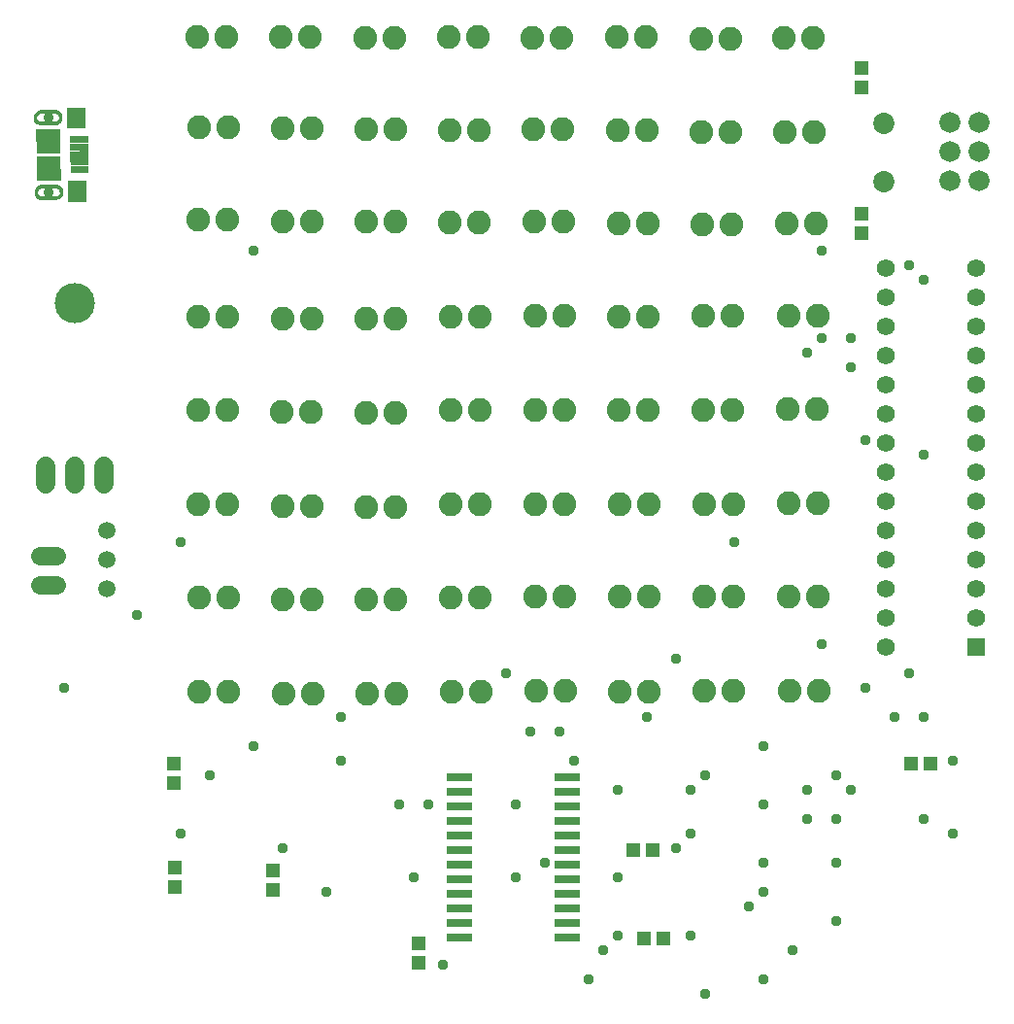
<source format=gbr>
G04 EAGLE Gerber RS-274X export*
G75*
%MOMM*%
%FSLAX34Y34*%
%LPD*%
%INSoldermask Bottom*%
%IPPOS*%
%AMOC8*
5,1,8,0,0,1.08239X$1,22.5*%
G01*
%ADD10R,1.203200X1.303200*%
%ADD11C,2.082800*%
%ADD12C,1.828800*%
%ADD13R,1.303200X1.203200*%
%ADD14C,1.727200*%
%ADD15C,3.505200*%
%ADD16R,1.561200X1.561200*%
%ADD17C,1.561200*%
%ADD18R,2.184400X0.736600*%
%ADD19C,1.854200*%
%ADD20C,1.625600*%
%ADD21R,1.553200X0.603200*%
%ADD22R,1.803200X1.603200*%
%ADD23R,2.103200X2.103200*%
%ADD24C,0.913200*%
%ADD25C,1.511200*%
%ADD26C,0.959600*%

G36*
X-686328Y285817D02*
X-686328Y285817D01*
X-679779Y285886D01*
X-679778Y285886D01*
X-678619Y286012D01*
X-678618Y286013D01*
X-678618Y286012D01*
X-677505Y286363D01*
X-677504Y286363D01*
X-676482Y286924D01*
X-676481Y286924D01*
X-675587Y287674D01*
X-675586Y287674D01*
X-674856Y288584D01*
X-674855Y288584D01*
X-674316Y289619D01*
X-674316Y289620D01*
X-673989Y290739D01*
X-673989Y290740D01*
X-673887Y291902D01*
X-673887Y291903D01*
X-673899Y293103D01*
X-674026Y294263D01*
X-674026Y294264D01*
X-674376Y295376D01*
X-674377Y295377D01*
X-674376Y295377D01*
X-674937Y296400D01*
X-674938Y296400D01*
X-674938Y296401D01*
X-675687Y297295D01*
X-675688Y297295D01*
X-676597Y298026D01*
X-676598Y298026D01*
X-677632Y298565D01*
X-677633Y298565D01*
X-677633Y298566D01*
X-678753Y298893D01*
X-678753Y298892D01*
X-678754Y298893D01*
X-679916Y298995D01*
X-680364Y298990D01*
X-680367Y298990D01*
X-680838Y298985D01*
X-680841Y298985D01*
X-681313Y298980D01*
X-681316Y298980D01*
X-681787Y298975D01*
X-681790Y298975D01*
X-682262Y298970D01*
X-682264Y298970D01*
X-682736Y298965D01*
X-682739Y298965D01*
X-683210Y298960D01*
X-683213Y298960D01*
X-683685Y298955D01*
X-683688Y298955D01*
X-684159Y298950D01*
X-684162Y298950D01*
X-684634Y298946D01*
X-684637Y298946D01*
X-684637Y298945D01*
X-685108Y298941D01*
X-685111Y298941D01*
X-685583Y298936D01*
X-685585Y298936D01*
X-685586Y298936D01*
X-686057Y298931D01*
X-686060Y298931D01*
X-686531Y298926D01*
X-686534Y298926D01*
X-687006Y298921D01*
X-687009Y298921D01*
X-687480Y298916D01*
X-687483Y298916D01*
X-687955Y298911D01*
X-687958Y298911D01*
X-688429Y298906D01*
X-688432Y298906D01*
X-688904Y298901D01*
X-688907Y298901D01*
X-689378Y298896D01*
X-689381Y298896D01*
X-689853Y298891D01*
X-689855Y298891D01*
X-690327Y298886D01*
X-690330Y298886D01*
X-690801Y298881D01*
X-690804Y298881D01*
X-691276Y298876D01*
X-691279Y298876D01*
X-691750Y298871D01*
X-691753Y298871D01*
X-692225Y298866D01*
X-692228Y298866D01*
X-692699Y298861D01*
X-692702Y298861D01*
X-693015Y298858D01*
X-693016Y298857D01*
X-693016Y298858D01*
X-694251Y298716D01*
X-694251Y298715D01*
X-694252Y298715D01*
X-695431Y298321D01*
X-695431Y298320D01*
X-695432Y298320D01*
X-696503Y297690D01*
X-696504Y297690D01*
X-697423Y296852D01*
X-697423Y296851D01*
X-698148Y295841D01*
X-698149Y295841D01*
X-698649Y294703D01*
X-698649Y294702D01*
X-698650Y294702D01*
X-698904Y293485D01*
X-698904Y293484D01*
X-698901Y292241D01*
X-698895Y291641D01*
X-698895Y291640D01*
X-698769Y290481D01*
X-698768Y290480D01*
X-698418Y289367D01*
X-698418Y289366D01*
X-697857Y288343D01*
X-697107Y287449D01*
X-697107Y287448D01*
X-696197Y286718D01*
X-696196Y286717D01*
X-695162Y286178D01*
X-695161Y286178D01*
X-694042Y285851D01*
X-694041Y285851D01*
X-692879Y285749D01*
X-692878Y285749D01*
X-686328Y285817D01*
G37*
G36*
X-687010Y350914D02*
X-687010Y350914D01*
X-680461Y350982D01*
X-680460Y350982D01*
X-679301Y351109D01*
X-679300Y351109D01*
X-678187Y351459D01*
X-678187Y351460D01*
X-678186Y351459D01*
X-677163Y352020D01*
X-677163Y352021D01*
X-677162Y352021D01*
X-676269Y352770D01*
X-676269Y352771D01*
X-676268Y352771D01*
X-675537Y353680D01*
X-675537Y353681D01*
X-674998Y354715D01*
X-674998Y354716D01*
X-674671Y355836D01*
X-674670Y355837D01*
X-674568Y356999D01*
X-674569Y356999D01*
X-674568Y356999D01*
X-674581Y358199D01*
X-674581Y358200D01*
X-674707Y359359D01*
X-674708Y359360D01*
X-675058Y360473D01*
X-675058Y360474D01*
X-675619Y361496D01*
X-675619Y361497D01*
X-676369Y362391D01*
X-676369Y362392D01*
X-677279Y363122D01*
X-677280Y363123D01*
X-678314Y363662D01*
X-678315Y363662D01*
X-679434Y363989D01*
X-679435Y363989D01*
X-680597Y364091D01*
X-680598Y364091D01*
X-681045Y364087D01*
X-681048Y364087D01*
X-681520Y364082D01*
X-681523Y364082D01*
X-681994Y364077D01*
X-681997Y364077D01*
X-682469Y364072D01*
X-682472Y364072D01*
X-682943Y364067D01*
X-682946Y364067D01*
X-683418Y364062D01*
X-683421Y364062D01*
X-683892Y364057D01*
X-683895Y364057D01*
X-684367Y364052D01*
X-684369Y364052D01*
X-684841Y364047D01*
X-684844Y364047D01*
X-685315Y364042D01*
X-685318Y364042D01*
X-685790Y364037D01*
X-685793Y364037D01*
X-686264Y364032D01*
X-686267Y364032D01*
X-686739Y364027D01*
X-686742Y364027D01*
X-687213Y364022D01*
X-687216Y364022D01*
X-687688Y364017D01*
X-687690Y364017D01*
X-687691Y364017D01*
X-688162Y364012D01*
X-688165Y364012D01*
X-688636Y364007D01*
X-688639Y364007D01*
X-689111Y364002D01*
X-689114Y364002D01*
X-689585Y363997D01*
X-689588Y363997D01*
X-690060Y363992D01*
X-690063Y363992D01*
X-690534Y363987D01*
X-690537Y363987D01*
X-691009Y363982D01*
X-691012Y363982D01*
X-691483Y363977D01*
X-691486Y363977D01*
X-691958Y363972D01*
X-691960Y363972D01*
X-692432Y363967D01*
X-692435Y363967D01*
X-692906Y363962D01*
X-692909Y363962D01*
X-693381Y363957D01*
X-693384Y363957D01*
X-693697Y363954D01*
X-693698Y363954D01*
X-694933Y363812D01*
X-694933Y363811D01*
X-694934Y363812D01*
X-696112Y363417D01*
X-696113Y363417D01*
X-697185Y362787D01*
X-697185Y362786D01*
X-697186Y362786D01*
X-698104Y361948D01*
X-698105Y361948D01*
X-698830Y360938D01*
X-698830Y360937D01*
X-698831Y360937D01*
X-699331Y359799D01*
X-699331Y359798D01*
X-699586Y358581D01*
X-699585Y358581D01*
X-699586Y358580D01*
X-699583Y357337D01*
X-699577Y356737D01*
X-699450Y355577D01*
X-699450Y355576D01*
X-699100Y354464D01*
X-699099Y354463D01*
X-699100Y354463D01*
X-698539Y353440D01*
X-698538Y353440D01*
X-698538Y353439D01*
X-697789Y352545D01*
X-697788Y352545D01*
X-696879Y351814D01*
X-696878Y351814D01*
X-695844Y351275D01*
X-695843Y351275D01*
X-695843Y351274D01*
X-694723Y350947D01*
X-694723Y350948D01*
X-694722Y350947D01*
X-693560Y350845D01*
X-687010Y350914D01*
G37*
%LPC*%
G36*
X-693099Y288845D02*
X-693099Y288845D01*
X-693851Y289100D01*
X-694528Y289515D01*
X-695095Y290070D01*
X-695524Y290738D01*
X-695794Y291484D01*
X-695892Y292272D01*
X-695811Y293062D01*
X-695557Y293814D01*
X-695141Y294490D01*
X-694586Y295058D01*
X-693918Y295487D01*
X-693172Y295757D01*
X-692384Y295854D01*
X-680485Y295979D01*
X-679695Y295898D01*
X-678943Y295644D01*
X-678266Y295229D01*
X-677699Y294673D01*
X-677270Y294006D01*
X-677000Y293259D01*
X-676903Y292471D01*
X-676983Y291681D01*
X-677238Y290929D01*
X-677653Y290253D01*
X-678208Y289686D01*
X-678876Y289256D01*
X-679623Y288986D01*
X-680411Y288889D01*
X-680452Y288889D01*
X-680455Y288889D01*
X-680927Y288884D01*
X-680929Y288884D01*
X-681401Y288879D01*
X-681404Y288879D01*
X-681875Y288874D01*
X-681878Y288874D01*
X-682350Y288869D01*
X-682353Y288869D01*
X-682824Y288864D01*
X-682827Y288864D01*
X-683299Y288859D01*
X-683302Y288859D01*
X-683773Y288854D01*
X-683776Y288854D01*
X-684248Y288849D01*
X-684250Y288849D01*
X-684722Y288844D01*
X-684725Y288844D01*
X-685196Y288839D01*
X-685199Y288839D01*
X-685671Y288834D01*
X-685674Y288834D01*
X-686145Y288829D01*
X-686148Y288829D01*
X-686360Y288827D01*
X-686620Y288824D01*
X-686623Y288824D01*
X-687094Y288819D01*
X-687097Y288819D01*
X-687568Y288814D01*
X-687571Y288814D01*
X-688043Y288809D01*
X-688046Y288809D01*
X-688517Y288804D01*
X-688520Y288804D01*
X-688992Y288799D01*
X-688995Y288799D01*
X-689466Y288794D01*
X-689469Y288794D01*
X-689941Y288789D01*
X-689943Y288789D01*
X-689944Y288789D01*
X-690415Y288784D01*
X-690418Y288784D01*
X-690889Y288779D01*
X-690892Y288779D01*
X-691364Y288774D01*
X-691367Y288774D01*
X-691838Y288770D01*
X-691841Y288770D01*
X-691841Y288769D01*
X-692309Y288765D01*
X-693099Y288845D01*
G37*
%LPD*%
%LPC*%
G36*
X-693781Y353942D02*
X-693781Y353942D01*
X-694533Y354196D01*
X-695210Y354611D01*
X-695777Y355167D01*
X-696206Y355834D01*
X-696476Y356581D01*
X-696573Y357369D01*
X-696493Y358159D01*
X-696238Y358910D01*
X-695823Y359587D01*
X-695268Y360154D01*
X-694600Y360583D01*
X-693853Y360854D01*
X-693065Y360951D01*
X-681167Y361075D01*
X-680377Y360995D01*
X-679625Y360740D01*
X-678948Y360325D01*
X-678381Y359770D01*
X-677952Y359102D01*
X-677682Y358355D01*
X-677584Y357568D01*
X-677665Y356778D01*
X-677919Y356026D01*
X-678335Y355349D01*
X-678890Y354782D01*
X-679558Y354353D01*
X-680304Y354083D01*
X-681092Y353986D01*
X-681134Y353985D01*
X-681137Y353985D01*
X-681608Y353980D01*
X-681611Y353980D01*
X-682083Y353975D01*
X-682086Y353975D01*
X-682557Y353970D01*
X-682560Y353970D01*
X-683032Y353965D01*
X-683034Y353965D01*
X-683506Y353960D01*
X-683509Y353960D01*
X-683980Y353955D01*
X-683983Y353955D01*
X-684455Y353950D01*
X-684458Y353950D01*
X-684929Y353945D01*
X-684932Y353945D01*
X-685404Y353940D01*
X-685407Y353940D01*
X-685878Y353936D01*
X-685881Y353936D01*
X-685881Y353935D01*
X-686352Y353931D01*
X-686355Y353931D01*
X-686827Y353926D01*
X-686830Y353926D01*
X-687042Y353923D01*
X-687301Y353921D01*
X-687304Y353921D01*
X-687776Y353916D01*
X-687779Y353916D01*
X-688250Y353911D01*
X-688253Y353911D01*
X-688725Y353906D01*
X-688728Y353906D01*
X-689199Y353901D01*
X-689202Y353901D01*
X-689673Y353896D01*
X-689676Y353896D01*
X-690148Y353891D01*
X-690151Y353891D01*
X-690622Y353886D01*
X-690625Y353886D01*
X-691097Y353881D01*
X-691100Y353881D01*
X-691571Y353876D01*
X-691574Y353876D01*
X-692046Y353871D01*
X-692048Y353871D01*
X-692520Y353866D01*
X-692523Y353866D01*
X-692991Y353861D01*
X-693781Y353942D01*
G37*
%LPD*%
D10*
X21616Y256335D03*
X21616Y273335D03*
X21616Y400335D03*
X21616Y383335D03*
D11*
X-555550Y349056D03*
X-530150Y349056D03*
X-482656Y348218D03*
X-457256Y348218D03*
X-409834Y347692D03*
X-384434Y347692D03*
X-336646Y346902D03*
X-311246Y346902D03*
X-263825Y346978D03*
X-238425Y346978D03*
X-190408Y346451D03*
X-165008Y346451D03*
X-117391Y344802D03*
X-91991Y344802D03*
X-44646Y345178D03*
X-19246Y345178D03*
X-556405Y268698D03*
X-531005Y268698D03*
X-483097Y266992D03*
X-457697Y266992D03*
X-557361Y428137D03*
X-531961Y428137D03*
X-410188Y266836D03*
X-384788Y266836D03*
X-337253Y265686D03*
X-311853Y265686D03*
X-263037Y266533D03*
X-237637Y266533D03*
X-189830Y264910D03*
X-164430Y264910D03*
X-117160Y264368D03*
X-91760Y264368D03*
X-43204Y264800D03*
X-17804Y264800D03*
X-556328Y184183D03*
X-530928Y184183D03*
X-483020Y182478D03*
X-457620Y182478D03*
X-410111Y182322D03*
X-384711Y182322D03*
X-336389Y184183D03*
X-310989Y184183D03*
X-484373Y427634D03*
X-458973Y427634D03*
X-262830Y184861D03*
X-237430Y184861D03*
X-189481Y184258D03*
X-164081Y184258D03*
X-115654Y184568D03*
X-90254Y184568D03*
X-41931Y185016D03*
X-16531Y185016D03*
X-556459Y102297D03*
X-531059Y102297D03*
X-483152Y100591D03*
X-457752Y100591D03*
X-410243Y100436D03*
X-384843Y100436D03*
X-336521Y102297D03*
X-311121Y102297D03*
X-262961Y102974D03*
X-237561Y102974D03*
X-189612Y102371D03*
X-164212Y102371D03*
X-411118Y427235D03*
X-385718Y427235D03*
X-115786Y102681D03*
X-90386Y102681D03*
X-42063Y103129D03*
X-16663Y103129D03*
X-556062Y20224D03*
X-530662Y20224D03*
X-482754Y18518D03*
X-457354Y18518D03*
X-409845Y18363D03*
X-384445Y18363D03*
X-336123Y20224D03*
X-310723Y20224D03*
X-262563Y20901D03*
X-237163Y20901D03*
X-189215Y20298D03*
X-163815Y20298D03*
X-115388Y20608D03*
X-89988Y20608D03*
X-41665Y21056D03*
X-16265Y21056D03*
X-338058Y427487D03*
X-312658Y427487D03*
X-555738Y-60349D03*
X-530338Y-60349D03*
X-482431Y-62054D03*
X-457031Y-62054D03*
X-409521Y-62210D03*
X-384121Y-62210D03*
X-335799Y-60349D03*
X-310399Y-60349D03*
X-262240Y-59671D03*
X-236840Y-59671D03*
X-188891Y-60274D03*
X-163491Y-60274D03*
X-115064Y-59964D03*
X-89664Y-59964D03*
X-41341Y-59516D03*
X-15941Y-59516D03*
X-555483Y-142697D03*
X-530083Y-142697D03*
X-482176Y-144403D03*
X-456776Y-144403D03*
X-264883Y427099D03*
X-239483Y427099D03*
X-409266Y-144558D03*
X-383866Y-144558D03*
X-335544Y-142697D03*
X-310144Y-142697D03*
X-261985Y-142019D03*
X-236585Y-142019D03*
X-188636Y-142623D03*
X-163236Y-142623D03*
X-114809Y-142312D03*
X-89409Y-142312D03*
X-41086Y-141865D03*
X-15686Y-141865D03*
X-191837Y427621D03*
X-166437Y427621D03*
X-118142Y426189D03*
X-92742Y426189D03*
X-45397Y426564D03*
X-19997Y426564D03*
D12*
X99259Y328253D03*
X124659Y328253D03*
X124659Y353653D03*
X99259Y353653D03*
X99259Y302853D03*
X124659Y302853D03*
D13*
X82437Y-205126D03*
X65437Y-205126D03*
X-159863Y-280684D03*
X-176863Y-280684D03*
D10*
X-363807Y-379214D03*
X-363807Y-362214D03*
X-491381Y-298342D03*
X-491381Y-315342D03*
D13*
X-167858Y-357524D03*
X-150858Y-357524D03*
D10*
X-576349Y-296052D03*
X-576349Y-313052D03*
X-577516Y-222250D03*
X-577516Y-205250D03*
D14*
X-689418Y37988D02*
X-689418Y53228D01*
X-664018Y53228D02*
X-664018Y37988D01*
X-638618Y37988D02*
X-638618Y53228D01*
D15*
X-664018Y195468D03*
D16*
X121935Y-104207D03*
D17*
X121935Y-78807D03*
X121935Y48193D03*
X121935Y73593D03*
X121935Y-53407D03*
X121935Y-28007D03*
X121935Y22793D03*
X121935Y-2607D03*
X121935Y98993D03*
X121935Y124393D03*
X121935Y149793D03*
X121935Y175193D03*
X121935Y200593D03*
X121935Y225993D03*
X42735Y225993D03*
X42735Y200593D03*
X42735Y175193D03*
X42735Y149793D03*
X42735Y124393D03*
X42735Y98993D03*
X42735Y73593D03*
X42735Y48193D03*
X42735Y22793D03*
X42735Y-2607D03*
X42735Y-28007D03*
X42735Y-53407D03*
X42735Y-78807D03*
X42735Y-104207D03*
D18*
X-328621Y-357223D03*
X-328621Y-344523D03*
X-328621Y-331823D03*
X-328621Y-319123D03*
X-328621Y-306423D03*
X-328621Y-293723D03*
X-328621Y-281023D03*
X-328621Y-268323D03*
X-328621Y-255623D03*
X-328621Y-242923D03*
X-328621Y-230223D03*
X-328621Y-217523D03*
X-234895Y-217523D03*
X-234895Y-230223D03*
X-234895Y-242923D03*
X-234895Y-255623D03*
X-234895Y-268323D03*
X-234895Y-281023D03*
X-234895Y-293723D03*
X-234895Y-306423D03*
X-234895Y-319123D03*
X-234895Y-331823D03*
X-234895Y-344523D03*
X-234895Y-357223D03*
D19*
X41780Y352421D03*
X41780Y301621D03*
D20*
X-679869Y-49841D02*
X-694093Y-49841D01*
X-694093Y-24441D02*
X-679869Y-24441D01*
D21*
G36*
X-652056Y309267D02*
X-667586Y309104D01*
X-667650Y315135D01*
X-652120Y315298D01*
X-652056Y309267D01*
G37*
G36*
X-652124Y315766D02*
X-667654Y315603D01*
X-667718Y321634D01*
X-652188Y321797D01*
X-652124Y315766D01*
G37*
G36*
X-652192Y322266D02*
X-667722Y322103D01*
X-667786Y328134D01*
X-652256Y328297D01*
X-652192Y322266D01*
G37*
G36*
X-652261Y328766D02*
X-667791Y328603D01*
X-667855Y334634D01*
X-652325Y334797D01*
X-652261Y328766D01*
G37*
G36*
X-652329Y335265D02*
X-667859Y335102D01*
X-667923Y341133D01*
X-652393Y341296D01*
X-652329Y335265D01*
G37*
D22*
G36*
X-653983Y302277D02*
X-653795Y284247D01*
X-669825Y284079D01*
X-670013Y302109D01*
X-653983Y302277D01*
G37*
G36*
X-654653Y366274D02*
X-654465Y348244D01*
X-670495Y348076D01*
X-670683Y366106D01*
X-654653Y366274D01*
G37*
D23*
G36*
X-676207Y323546D02*
X-675987Y302516D01*
X-697017Y302296D01*
X-697237Y323326D01*
X-676207Y323546D01*
G37*
G36*
X-676459Y347544D02*
X-676239Y326514D01*
X-697269Y326294D01*
X-697489Y347324D01*
X-676459Y347544D01*
G37*
D24*
X-686397Y292372D03*
X-687079Y357468D03*
D25*
X-635828Y-27866D03*
X-635828Y-2466D03*
X-635828Y-53266D03*
D26*
X-444500Y-317500D03*
X-368300Y-304800D03*
X-38100Y-368300D03*
X-139700Y-279400D03*
X-254000Y-292100D03*
X-76200Y-330200D03*
X101600Y-203200D03*
X63500Y228600D03*
X76200Y215900D03*
X-63500Y-241300D03*
X-63500Y-190500D03*
X-190500Y-304800D03*
X-190500Y-228600D03*
X-165100Y-165100D03*
X-139700Y-114300D03*
X-279400Y-241300D03*
X-288290Y-127000D03*
X-127000Y-266700D03*
X-127000Y-228600D03*
X-381000Y-241300D03*
X-355600Y-241300D03*
X-431800Y-165100D03*
X-431800Y-203200D03*
X-241300Y-177800D03*
X-203200Y-368300D03*
X-114300Y-215900D03*
X-88900Y-12700D03*
X-279400Y-304800D03*
X50800Y-165100D03*
X76200Y-254000D03*
X12700Y-228600D03*
X-266700Y-177800D03*
X-63500Y-292100D03*
X-25400Y-254000D03*
X76200Y63500D03*
X63500Y-127000D03*
X-228600Y-203200D03*
X-63500Y-317500D03*
X0Y-254000D03*
X0Y-215900D03*
X25400Y-139700D03*
X25400Y76200D03*
X-12700Y241300D03*
X-508000Y-190500D03*
X-508000Y241300D03*
X-342900Y-381000D03*
X-215900Y-393700D03*
X12700Y165100D03*
X-12700Y165100D03*
X-25400Y-228600D03*
X-63500Y-393700D03*
X0Y-292100D03*
X-482600Y-279400D03*
X101600Y-266700D03*
X-114300Y-406400D03*
X-190500Y-355600D03*
X0Y-342900D03*
X-127000Y-355600D03*
X-571500Y-266700D03*
X76200Y-165100D03*
X-12700Y-101600D03*
X-546100Y-215900D03*
X-673100Y-139700D03*
X12700Y139700D03*
X-25400Y152400D03*
X-571500Y-12700D03*
X-609600Y-76200D03*
M02*

</source>
